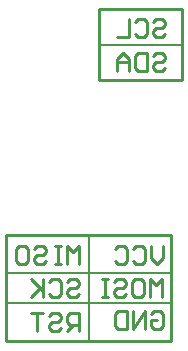
<source format=gbo>
G04*
G04 #@! TF.GenerationSoftware,Altium Limited,Altium Designer,22.2.1 (43)*
G04*
G04 Layer_Color=32896*
%FSLAX25Y25*%
%MOIN*%
G70*
G04*
G04 #@! TF.SameCoordinates,AAFBACAA-EC33-4654-A321-DB7F653A4B28*
G04*
G04*
G04 #@! TF.FilePolarity,Positive*
G04*
G01*
G75*
%ADD10C,0.00787*%
%ADD11C,0.01000*%
D10*
X169685Y7480D02*
Y42520D01*
X142126Y20111D02*
X197244D01*
X142126Y30203D02*
X197244D01*
X173228Y106299D02*
X200787D01*
D11*
X173228Y94488D02*
X200787D01*
X173228Y118110D02*
X200787D01*
Y94488D02*
Y118110D01*
X173228Y94488D02*
Y118110D01*
X142126Y7480D02*
X197244D01*
X142126Y42913D02*
X197244D01*
Y7480D02*
Y42913D01*
X142126Y7480D02*
Y42913D01*
X194356Y39281D02*
Y35283D01*
X192357Y33283D01*
X190357Y35283D01*
Y39281D01*
X184359Y38282D02*
X185359Y39281D01*
X187358D01*
X188358Y38282D01*
Y34283D01*
X187358Y33283D01*
X185359D01*
X184359Y34283D01*
X178361Y38282D02*
X179361Y39281D01*
X181360D01*
X182360Y38282D01*
Y34283D01*
X181360Y33283D01*
X179361D01*
X178361Y34283D01*
X194276Y22260D02*
Y28258D01*
X192276Y26259D01*
X190277Y28258D01*
Y22260D01*
X185278Y28258D02*
X187278D01*
X188277Y27258D01*
Y23259D01*
X187278Y22260D01*
X185278D01*
X184279Y23259D01*
Y27258D01*
X185278Y28258D01*
X178281Y27258D02*
X179280Y28258D01*
X181280D01*
X182280Y27258D01*
Y26259D01*
X181280Y25259D01*
X179280D01*
X178281Y24259D01*
Y23259D01*
X179280Y22260D01*
X181280D01*
X182280Y23259D01*
X176281Y28258D02*
X174282D01*
X175282D01*
Y22260D01*
X176281D01*
X174282D01*
X190357Y16628D02*
X191357Y17628D01*
X193356D01*
X194356Y16628D01*
Y12630D01*
X193356Y11630D01*
X191357D01*
X190357Y12630D01*
Y14629D01*
X192357D01*
X188358Y11630D02*
Y17628D01*
X184359Y11630D01*
Y17628D01*
X182360D02*
Y11630D01*
X179361D01*
X178361Y12630D01*
Y16628D01*
X179361Y17628D01*
X182360D01*
X166323Y10842D02*
Y16841D01*
X163324D01*
X162324Y15841D01*
Y13842D01*
X163324Y12842D01*
X166323D01*
X164323D02*
X162324Y10842D01*
X156326Y15841D02*
X157326Y16841D01*
X159325D01*
X160325Y15841D01*
Y14841D01*
X159325Y13842D01*
X157326D01*
X156326Y12842D01*
Y11842D01*
X157326Y10842D01*
X159325D01*
X160325Y11842D01*
X154327Y16841D02*
X150328D01*
X152327D01*
Y10842D01*
X162324Y27258D02*
X163324Y28258D01*
X165323D01*
X166323Y27258D01*
Y26259D01*
X165323Y25259D01*
X163324D01*
X162324Y24259D01*
Y23259D01*
X163324Y22260D01*
X165323D01*
X166323Y23259D01*
X156326Y27258D02*
X157326Y28258D01*
X159325D01*
X160325Y27258D01*
Y23259D01*
X159325Y22260D01*
X157326D01*
X156326Y23259D01*
X154327Y28258D02*
Y22260D01*
Y24259D01*
X150328Y28258D01*
X153327Y25259D01*
X150328Y22260D01*
X166323Y33283D02*
Y39281D01*
X164323Y37282D01*
X162324Y39281D01*
Y33283D01*
X160325Y39281D02*
X158325D01*
X159325D01*
Y33283D01*
X160325D01*
X158325D01*
X151328Y38282D02*
X152327Y39281D01*
X154327D01*
X155326Y38282D01*
Y37282D01*
X154327Y36283D01*
X152327D01*
X151328Y35283D01*
Y34283D01*
X152327Y33283D01*
X154327D01*
X155326Y34283D01*
X146329Y39281D02*
X148329D01*
X149328Y38282D01*
Y34283D01*
X148329Y33283D01*
X146329D01*
X145330Y34283D01*
Y38282D01*
X146329Y39281D01*
X191064Y113872D02*
X192064Y114872D01*
X194063D01*
X195063Y113872D01*
Y112873D01*
X194063Y111873D01*
X192064D01*
X191064Y110873D01*
Y109874D01*
X192064Y108874D01*
X194063D01*
X195063Y109874D01*
X185066Y113872D02*
X186066Y114872D01*
X188065D01*
X189065Y113872D01*
Y109874D01*
X188065Y108874D01*
X186066D01*
X185066Y109874D01*
X183067Y114872D02*
Y108874D01*
X179068D01*
X191064Y102455D02*
X192064Y103455D01*
X194063D01*
X195063Y102455D01*
Y101455D01*
X194063Y100456D01*
X192064D01*
X191064Y99456D01*
Y98456D01*
X192064Y97457D01*
X194063D01*
X195063Y98456D01*
X189065Y103455D02*
Y97457D01*
X186066D01*
X185066Y98456D01*
Y102455D01*
X186066Y103455D01*
X189065D01*
X183067Y97457D02*
Y101455D01*
X181068Y103455D01*
X179068Y101455D01*
Y97457D01*
Y100456D01*
X183067D01*
M02*

</source>
